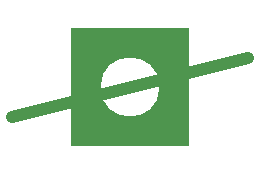
<source format=gbr>
%FSLAX26Y26*%
%MOMM*%
%AMSQUAREWITHHOLE*
0 Center Line primitive. *
21,1,10,10,0,0,0*
0 Cirle primitive. *
1,0,5,0,0*%
%ADD10SQUAREWITHHOLE*%
%ADD11C,1*%
G01*
%LPD*%
D11*
X-10000000Y-2500000D02*
X10000000Y2500000D01*
D10*
X0Y0D03*
M02*
</source>
